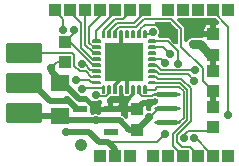
<source format=gbr>
G04 EAGLE Gerber RS-274X export*
G75*
%MOMM*%
%FSLAX34Y34*%
%LPD*%
%INTop Copper*%
%IPPOS*%
%AMOC8*
5,1,8,0,0,1.08239X$1,22.5*%
G01*
%ADD10R,1.100000X1.000000*%
%ADD11C,1.054000*%
%ADD12R,1.200000X0.550000*%
%ADD13R,1.000000X1.100000*%
%ADD14R,1.600000X1.400000*%
%ADD15C,0.254000*%
%ADD16C,0.450000*%
%ADD17C,0.150000*%
%ADD18R,3.200000X3.200000*%
%ADD19C,0.355600*%
%ADD20R,1.016000X1.016000*%
%ADD21C,0.304800*%
%ADD22C,0.762000*%
%ADD23C,0.705600*%
%ADD24C,0.508000*%
%ADD25C,0.152400*%
%ADD26C,0.457200*%

G36*
X155175Y104780D02*
X155175Y104780D01*
X155184Y104779D01*
X155377Y104804D01*
X155566Y104826D01*
X155574Y104829D01*
X155583Y104830D01*
X155766Y104891D01*
X155949Y104951D01*
X155957Y104955D01*
X155965Y104958D01*
X156130Y105053D01*
X156299Y105149D01*
X156306Y105155D01*
X156314Y105159D01*
X156567Y105374D01*
X158109Y106916D01*
X160070Y107728D01*
X168228Y107728D01*
X168246Y107730D01*
X168264Y107729D01*
X168446Y107750D01*
X168629Y107768D01*
X168646Y107774D01*
X168663Y107776D01*
X168838Y107833D01*
X169014Y107887D01*
X169029Y107895D01*
X169046Y107901D01*
X169206Y107991D01*
X169368Y108078D01*
X169381Y108090D01*
X169397Y108098D01*
X169536Y108219D01*
X169677Y108336D01*
X169688Y108350D01*
X169702Y108362D01*
X169727Y108394D01*
X177332Y108394D01*
X177350Y108396D01*
X177367Y108395D01*
X177550Y108416D01*
X177732Y108434D01*
X177749Y108440D01*
X177767Y108442D01*
X177942Y108499D01*
X178117Y108552D01*
X178133Y108561D01*
X178150Y108567D01*
X178310Y108657D01*
X178471Y108744D01*
X178485Y108756D01*
X178501Y108764D01*
X178640Y108885D01*
X178781Y109002D01*
X178792Y109016D01*
X178805Y109028D01*
X178918Y109173D01*
X179033Y109316D01*
X179041Y109332D01*
X179052Y109346D01*
X179134Y109511D01*
X179148Y109538D01*
X179246Y109593D01*
X179408Y109680D01*
X179421Y109692D01*
X179437Y109701D01*
X179576Y109821D01*
X179717Y109938D01*
X179728Y109952D01*
X179742Y109964D01*
X179854Y110109D01*
X179969Y110252D01*
X179977Y110268D01*
X179988Y110282D01*
X180070Y110447D01*
X180155Y110609D01*
X180160Y110626D01*
X180168Y110642D01*
X180215Y110821D01*
X180266Y110996D01*
X180268Y111014D01*
X180272Y111031D01*
X180299Y111362D01*
X180299Y118934D01*
X181185Y118934D01*
X181194Y118935D01*
X181203Y118935D01*
X181396Y118956D01*
X181585Y118974D01*
X181594Y118977D01*
X181603Y118978D01*
X181787Y119036D01*
X181970Y119093D01*
X181978Y119097D01*
X181987Y119099D01*
X182155Y119193D01*
X182324Y119284D01*
X182331Y119290D01*
X182339Y119294D01*
X182486Y119419D01*
X182634Y119542D01*
X182639Y119549D01*
X182646Y119555D01*
X182766Y119706D01*
X182886Y119856D01*
X182890Y119864D01*
X182896Y119871D01*
X182983Y120043D01*
X183071Y120213D01*
X183074Y120222D01*
X183078Y120230D01*
X183130Y120416D01*
X183183Y120600D01*
X183184Y120609D01*
X183186Y120618D01*
X183200Y120810D01*
X183216Y121001D01*
X183215Y121010D01*
X183215Y121019D01*
X183191Y121211D01*
X183169Y121401D01*
X183166Y121410D01*
X183165Y121418D01*
X183104Y121601D01*
X183044Y121784D01*
X183039Y121792D01*
X183037Y121800D01*
X182941Y121967D01*
X182846Y122135D01*
X182840Y122141D01*
X182836Y122149D01*
X182621Y122402D01*
X180460Y124563D01*
X180440Y124580D01*
X180422Y124600D01*
X180284Y124707D01*
X180149Y124818D01*
X180125Y124830D01*
X180104Y124847D01*
X179947Y124925D01*
X179793Y125007D01*
X179768Y125014D01*
X179743Y125026D01*
X179574Y125072D01*
X179407Y125121D01*
X179381Y125124D01*
X179355Y125131D01*
X179024Y125158D01*
X149680Y125158D01*
X149671Y125157D01*
X149662Y125158D01*
X149470Y125137D01*
X149279Y125118D01*
X149271Y125115D01*
X149262Y125114D01*
X149080Y125057D01*
X148894Y125000D01*
X148887Y124995D01*
X148878Y124993D01*
X148710Y124900D01*
X148540Y124808D01*
X148534Y124802D01*
X148526Y124798D01*
X148379Y124673D01*
X148231Y124550D01*
X148226Y124543D01*
X148219Y124537D01*
X148100Y124387D01*
X147979Y124236D01*
X147975Y124229D01*
X147969Y124222D01*
X147881Y124049D01*
X147793Y123879D01*
X147791Y123871D01*
X147787Y123863D01*
X147735Y123676D01*
X147682Y123492D01*
X147681Y123483D01*
X147679Y123475D01*
X147665Y123282D01*
X147649Y123091D01*
X147650Y123082D01*
X147649Y123073D01*
X147674Y122881D01*
X147696Y122691D01*
X147699Y122683D01*
X147700Y122674D01*
X147761Y122491D01*
X147821Y122308D01*
X147825Y122300D01*
X147828Y122292D01*
X147924Y122125D01*
X148019Y121958D01*
X148025Y121951D01*
X148029Y121943D01*
X148244Y121690D01*
X153099Y116835D01*
X153099Y106810D01*
X153100Y106801D01*
X153099Y106792D01*
X153120Y106600D01*
X153139Y106409D01*
X153142Y106401D01*
X153143Y106392D01*
X153200Y106210D01*
X153257Y106025D01*
X153262Y106017D01*
X153264Y106008D01*
X153357Y105840D01*
X153449Y105670D01*
X153455Y105664D01*
X153459Y105656D01*
X153584Y105508D01*
X153707Y105361D01*
X153714Y105356D01*
X153720Y105349D01*
X153871Y105229D01*
X154021Y105109D01*
X154028Y105105D01*
X154035Y105099D01*
X154208Y105012D01*
X154378Y104923D01*
X154386Y104921D01*
X154394Y104917D01*
X154580Y104865D01*
X154765Y104812D01*
X154774Y104811D01*
X154782Y104809D01*
X154975Y104795D01*
X155166Y104779D01*
X155175Y104780D01*
G37*
G36*
X104358Y39578D02*
X104358Y39578D01*
X104367Y39578D01*
X104556Y39600D01*
X104749Y39621D01*
X104758Y39624D01*
X104767Y39625D01*
X104949Y39684D01*
X105133Y39742D01*
X105141Y39747D01*
X105149Y39749D01*
X105316Y39844D01*
X105485Y39937D01*
X105492Y39943D01*
X105500Y39947D01*
X105645Y40072D01*
X105792Y40198D01*
X105798Y40205D01*
X105805Y40210D01*
X105921Y40361D01*
X106042Y40514D01*
X106046Y40522D01*
X106051Y40529D01*
X106137Y40700D01*
X106224Y40873D01*
X106227Y40881D01*
X106231Y40889D01*
X106281Y41075D01*
X106332Y41260D01*
X106333Y41269D01*
X106335Y41278D01*
X106362Y41609D01*
X106362Y44894D01*
X113435Y44894D01*
X113453Y44896D01*
X113470Y44895D01*
X113653Y44916D01*
X113836Y44934D01*
X113853Y44940D01*
X113870Y44942D01*
X114045Y44999D01*
X114220Y45052D01*
X114236Y45061D01*
X114253Y45067D01*
X114413Y45157D01*
X114574Y45244D01*
X114588Y45256D01*
X114604Y45264D01*
X114743Y45385D01*
X114884Y45502D01*
X114895Y45516D01*
X114908Y45528D01*
X115021Y45673D01*
X115136Y45816D01*
X115144Y45832D01*
X115155Y45846D01*
X115237Y46011D01*
X115322Y46173D01*
X115326Y46190D01*
X115334Y46206D01*
X115382Y46384D01*
X115433Y46560D01*
X115434Y46578D01*
X115439Y46595D01*
X115466Y46926D01*
X115466Y47862D01*
X115464Y47880D01*
X115466Y47897D01*
X115444Y48080D01*
X115426Y48262D01*
X115421Y48279D01*
X115419Y48297D01*
X115362Y48472D01*
X115308Y48647D01*
X115300Y48663D01*
X115294Y48680D01*
X115204Y48840D01*
X115116Y49001D01*
X115105Y49015D01*
X115096Y49031D01*
X114976Y49170D01*
X114859Y49311D01*
X114845Y49322D01*
X114833Y49335D01*
X114688Y49448D01*
X114545Y49563D01*
X114529Y49571D01*
X114515Y49582D01*
X114350Y49664D01*
X114188Y49748D01*
X114171Y49753D01*
X114154Y49761D01*
X113976Y49809D01*
X113801Y49860D01*
X113783Y49861D01*
X113766Y49866D01*
X113435Y49893D01*
X106362Y49893D01*
X106362Y53228D01*
X106536Y53874D01*
X106870Y54454D01*
X107343Y54927D01*
X107762Y55168D01*
X107880Y55254D01*
X108003Y55332D01*
X108043Y55371D01*
X108089Y55403D01*
X108188Y55510D01*
X108293Y55612D01*
X108325Y55657D01*
X108363Y55698D01*
X108439Y55823D01*
X108523Y55943D01*
X108544Y55994D01*
X108574Y56041D01*
X108624Y56179D01*
X108682Y56313D01*
X108693Y56367D01*
X108713Y56419D01*
X108735Y56564D01*
X108765Y56707D01*
X108766Y56762D01*
X108774Y56817D01*
X108768Y56963D01*
X108769Y57109D01*
X108759Y57164D01*
X108756Y57219D01*
X108721Y57361D01*
X108694Y57505D01*
X108673Y57556D01*
X108659Y57610D01*
X108597Y57742D01*
X108541Y57877D01*
X108511Y57924D01*
X108487Y57974D01*
X108400Y58091D01*
X108319Y58213D01*
X108280Y58252D01*
X108246Y58297D01*
X108138Y58394D01*
X108034Y58498D01*
X107982Y58534D01*
X107947Y58566D01*
X107875Y58608D01*
X107762Y58687D01*
X107371Y58912D01*
X107221Y58980D01*
X107074Y59053D01*
X107038Y59063D01*
X107004Y59078D01*
X106844Y59115D01*
X106686Y59158D01*
X106643Y59161D01*
X106611Y59168D01*
X106524Y59171D01*
X106355Y59185D01*
X104226Y59185D01*
X104064Y59168D01*
X103900Y59158D01*
X103863Y59148D01*
X103826Y59145D01*
X103669Y59097D01*
X103511Y59054D01*
X103472Y59036D01*
X103441Y59027D01*
X103364Y58985D01*
X103211Y58912D01*
X102322Y58399D01*
X102322Y59620D01*
X102319Y59646D01*
X102321Y59673D01*
X102312Y59748D01*
X102312Y59821D01*
X102292Y59919D01*
X102282Y60020D01*
X102274Y60046D01*
X102271Y60072D01*
X102247Y60144D01*
X102232Y60216D01*
X102194Y60308D01*
X102164Y60405D01*
X102151Y60429D01*
X102143Y60454D01*
X102105Y60519D01*
X102077Y60587D01*
X102020Y60670D01*
X101972Y60759D01*
X101955Y60780D01*
X101942Y60803D01*
X101886Y60869D01*
X101851Y60921D01*
X101798Y60972D01*
X101727Y61056D01*
X101720Y61062D01*
X101714Y61068D01*
X101636Y61132D01*
X101563Y61203D01*
X101486Y61253D01*
X101415Y61311D01*
X101407Y61315D01*
X101401Y61321D01*
X101312Y61367D01*
X101226Y61423D01*
X101141Y61457D01*
X101060Y61500D01*
X101051Y61502D01*
X101043Y61506D01*
X100947Y61534D01*
X100852Y61572D01*
X100762Y61588D01*
X100674Y61615D01*
X100664Y61615D01*
X100656Y61618D01*
X100557Y61626D01*
X100456Y61644D01*
X100364Y61643D01*
X100273Y61651D01*
X100263Y61650D01*
X100255Y61651D01*
X100156Y61639D01*
X100054Y61637D01*
X99964Y61618D01*
X99873Y61608D01*
X99863Y61605D01*
X99855Y61604D01*
X99760Y61573D01*
X99660Y61551D01*
X99576Y61514D01*
X99489Y61486D01*
X99480Y61481D01*
X99472Y61479D01*
X99385Y61430D01*
X99292Y61389D01*
X99217Y61336D01*
X99136Y61291D01*
X99129Y61285D01*
X99122Y61281D01*
X99046Y61215D01*
X98963Y61157D01*
X98886Y61079D01*
X98829Y61031D01*
X98824Y61024D01*
X98817Y61018D01*
X98783Y60974D01*
X98730Y60920D01*
X98659Y60815D01*
X98580Y60715D01*
X98576Y60707D01*
X98570Y60700D01*
X98541Y60641D01*
X98504Y60587D01*
X98455Y60468D01*
X98397Y60356D01*
X98395Y60348D01*
X98391Y60339D01*
X98374Y60276D01*
X98349Y60215D01*
X98323Y60089D01*
X98289Y59968D01*
X98289Y59960D01*
X98286Y59950D01*
X98280Y59875D01*
X98269Y59821D01*
X98269Y59741D01*
X98259Y59620D01*
X98259Y58399D01*
X97371Y58912D01*
X97221Y58980D01*
X97074Y59053D01*
X97038Y59063D01*
X97004Y59078D01*
X96844Y59115D01*
X96686Y59158D01*
X96643Y59161D01*
X96611Y59168D01*
X96524Y59171D01*
X96355Y59185D01*
X92135Y59185D01*
X92108Y59182D01*
X92081Y59184D01*
X91908Y59162D01*
X91734Y59145D01*
X91709Y59137D01*
X91682Y59134D01*
X91516Y59078D01*
X91349Y59027D01*
X91326Y59014D01*
X91300Y59005D01*
X91149Y58918D01*
X90995Y58835D01*
X90975Y58818D01*
X90951Y58804D01*
X90698Y58590D01*
X88467Y56358D01*
X88461Y56351D01*
X88455Y56346D01*
X88334Y56196D01*
X88212Y56047D01*
X88208Y56039D01*
X88202Y56032D01*
X88114Y55862D01*
X88023Y55691D01*
X88021Y55682D01*
X88017Y55675D01*
X87964Y55490D01*
X87909Y55305D01*
X87908Y55296D01*
X87905Y55288D01*
X87890Y55097D01*
X87872Y54904D01*
X87873Y54895D01*
X87872Y54886D01*
X87895Y54697D01*
X87916Y54504D01*
X87918Y54495D01*
X87919Y54487D01*
X87979Y54305D01*
X88037Y54120D01*
X88041Y54112D01*
X88044Y54104D01*
X88139Y53935D01*
X88232Y53768D01*
X88238Y53761D01*
X88242Y53753D01*
X88368Y53607D01*
X88492Y53461D01*
X88499Y53455D01*
X88505Y53448D01*
X88657Y53331D01*
X88808Y53211D01*
X88816Y53207D01*
X88823Y53202D01*
X88995Y53116D01*
X89167Y53029D01*
X89176Y53026D01*
X89184Y53022D01*
X89370Y52972D01*
X89551Y52922D01*
X89551Y49631D01*
X83042Y49631D01*
X83042Y50685D01*
X83215Y51331D01*
X83562Y51932D01*
X83644Y52033D01*
X83770Y52187D01*
X83772Y52192D01*
X83775Y52195D01*
X83865Y52366D01*
X83959Y52543D01*
X83960Y52547D01*
X83962Y52551D01*
X84017Y52739D01*
X84074Y52929D01*
X84074Y52934D01*
X84075Y52938D01*
X84092Y53130D01*
X84110Y53330D01*
X84110Y53335D01*
X84110Y53339D01*
X84088Y53530D01*
X84067Y53730D01*
X84065Y53735D01*
X84065Y53739D01*
X84004Y53927D01*
X83945Y54114D01*
X83943Y54118D01*
X83942Y54122D01*
X83845Y54296D01*
X83750Y54466D01*
X83747Y54470D01*
X83745Y54474D01*
X83619Y54621D01*
X83490Y54773D01*
X83486Y54776D01*
X83483Y54780D01*
X83332Y54898D01*
X83174Y55023D01*
X83170Y55025D01*
X83166Y55028D01*
X82993Y55115D01*
X82815Y55205D01*
X82811Y55207D01*
X82807Y55209D01*
X82621Y55259D01*
X82427Y55314D01*
X82423Y55314D01*
X82418Y55315D01*
X82222Y55329D01*
X82026Y55343D01*
X82021Y55342D01*
X82017Y55343D01*
X81819Y55317D01*
X81626Y55293D01*
X81622Y55291D01*
X81617Y55291D01*
X81302Y55189D01*
X79586Y54479D01*
X77576Y54479D01*
X76977Y54727D01*
X76964Y54730D01*
X76953Y54737D01*
X76772Y54789D01*
X76592Y54843D01*
X76579Y54844D01*
X76566Y54848D01*
X76377Y54863D01*
X76191Y54881D01*
X76178Y54880D01*
X76164Y54881D01*
X75978Y54859D01*
X75791Y54840D01*
X75778Y54836D01*
X75765Y54834D01*
X75587Y54776D01*
X75406Y54720D01*
X75395Y54713D01*
X75382Y54709D01*
X75218Y54617D01*
X75053Y54526D01*
X75043Y54518D01*
X75031Y54511D01*
X74889Y54388D01*
X74745Y54267D01*
X74737Y54257D01*
X74727Y54248D01*
X74612Y54100D01*
X74494Y53952D01*
X74488Y53940D01*
X74480Y53930D01*
X74396Y53762D01*
X74310Y53594D01*
X74306Y53581D01*
X74300Y53569D01*
X74251Y53387D01*
X74200Y53207D01*
X74199Y53194D01*
X74196Y53181D01*
X74169Y52850D01*
X74169Y44781D01*
X74170Y44768D01*
X74169Y44755D01*
X74190Y44568D01*
X74209Y44381D01*
X74213Y44368D01*
X74214Y44355D01*
X74272Y44176D01*
X74327Y43996D01*
X74333Y43984D01*
X74337Y43971D01*
X74429Y43807D01*
X74519Y43642D01*
X74527Y43631D01*
X74534Y43620D01*
X74656Y43477D01*
X74776Y43332D01*
X74787Y43324D01*
X74795Y43314D01*
X74944Y43198D01*
X75090Y43080D01*
X75102Y43074D01*
X75113Y43066D01*
X75281Y42981D01*
X75447Y42895D01*
X75460Y42891D01*
X75472Y42885D01*
X75654Y42835D01*
X75834Y42783D01*
X75848Y42782D01*
X75861Y42779D01*
X76047Y42766D01*
X76236Y42750D01*
X76249Y42752D01*
X76262Y42751D01*
X76448Y42775D01*
X76635Y42797D01*
X76648Y42801D01*
X76661Y42803D01*
X76977Y42905D01*
X77576Y43153D01*
X79586Y43153D01*
X80233Y42885D01*
X80246Y42881D01*
X80258Y42875D01*
X80437Y42823D01*
X80618Y42768D01*
X80632Y42767D01*
X80645Y42763D01*
X80832Y42748D01*
X81019Y42730D01*
X81032Y42732D01*
X81046Y42731D01*
X81232Y42752D01*
X81420Y42772D01*
X81432Y42776D01*
X81446Y42777D01*
X81625Y42836D01*
X81804Y42892D01*
X81816Y42898D01*
X81828Y42902D01*
X81992Y42995D01*
X82157Y43085D01*
X82167Y43094D01*
X82179Y43100D01*
X82321Y43223D01*
X82465Y43344D01*
X82474Y43355D01*
X82484Y43363D01*
X82598Y43511D01*
X82716Y43659D01*
X82722Y43671D01*
X82731Y43681D01*
X82814Y43850D01*
X82900Y44017D01*
X82904Y44030D01*
X82910Y44042D01*
X82959Y44225D01*
X83010Y44405D01*
X83011Y44418D01*
X83014Y44431D01*
X83042Y44762D01*
X83042Y45569D01*
X91582Y45569D01*
X91583Y45569D01*
X100123Y45569D01*
X100123Y44515D01*
X100008Y44085D01*
X99996Y44017D01*
X99993Y44006D01*
X99992Y43995D01*
X99970Y43916D01*
X99961Y43801D01*
X99942Y43687D01*
X99945Y43601D01*
X99939Y43514D01*
X99953Y43400D01*
X99957Y43285D01*
X99977Y43201D01*
X99987Y43115D01*
X100024Y43005D01*
X100050Y42893D01*
X100087Y42815D01*
X100114Y42732D01*
X100171Y42632D01*
X100219Y42528D01*
X100271Y42458D01*
X100313Y42383D01*
X100389Y42296D01*
X100457Y42203D01*
X100521Y42144D01*
X100578Y42079D01*
X100669Y42009D01*
X100754Y41931D01*
X100828Y41887D01*
X100897Y41834D01*
X101026Y41767D01*
X101099Y41723D01*
X101141Y41709D01*
X101192Y41682D01*
X101521Y41546D01*
X102895Y40172D01*
X102902Y40167D01*
X102907Y40160D01*
X103057Y40039D01*
X103206Y39917D01*
X103214Y39913D01*
X103221Y39907D01*
X103392Y39819D01*
X103562Y39729D01*
X103571Y39726D01*
X103579Y39722D01*
X103763Y39669D01*
X103948Y39614D01*
X103957Y39613D01*
X103965Y39611D01*
X104156Y39595D01*
X104349Y39577D01*
X104358Y39578D01*
G37*
G36*
X146521Y102454D02*
X146521Y102454D01*
X146530Y102453D01*
X146719Y102475D01*
X146913Y102496D01*
X146921Y102499D01*
X146930Y102500D01*
X147112Y102559D01*
X147296Y102618D01*
X147304Y102622D01*
X147313Y102625D01*
X147481Y102720D01*
X147649Y102812D01*
X147655Y102818D01*
X147663Y102823D01*
X147809Y102949D01*
X147956Y103073D01*
X147961Y103080D01*
X147968Y103086D01*
X148085Y103237D01*
X148205Y103389D01*
X148209Y103397D01*
X148215Y103404D01*
X148300Y103576D01*
X148388Y103748D01*
X148390Y103756D01*
X148394Y103764D01*
X148444Y103950D01*
X148496Y104136D01*
X148496Y104145D01*
X148499Y104153D01*
X148526Y104484D01*
X148526Y114099D01*
X148523Y114125D01*
X148525Y114152D01*
X148503Y114326D01*
X148486Y114500D01*
X148478Y114525D01*
X148475Y114552D01*
X148419Y114717D01*
X148368Y114884D01*
X148355Y114908D01*
X148346Y114933D01*
X148259Y115085D01*
X148176Y115238D01*
X148159Y115259D01*
X148146Y115282D01*
X147931Y115535D01*
X142523Y120943D01*
X142502Y120960D01*
X142485Y120981D01*
X142347Y121088D01*
X142211Y121198D01*
X142188Y121211D01*
X142166Y121227D01*
X142010Y121305D01*
X141856Y121387D01*
X141830Y121395D01*
X141806Y121407D01*
X141637Y121452D01*
X141470Y121502D01*
X141443Y121504D01*
X141417Y121511D01*
X141086Y121538D01*
X130463Y121538D01*
X130458Y121538D01*
X130454Y121538D01*
X130259Y121518D01*
X130062Y121498D01*
X130058Y121497D01*
X130053Y121497D01*
X129867Y121438D01*
X129677Y121380D01*
X129673Y121378D01*
X129669Y121377D01*
X129497Y121283D01*
X129323Y121188D01*
X129320Y121186D01*
X129316Y121183D01*
X129164Y121055D01*
X129014Y120931D01*
X129011Y120927D01*
X129008Y120924D01*
X128884Y120769D01*
X128762Y120617D01*
X128760Y120613D01*
X128757Y120609D01*
X128666Y120432D01*
X128576Y120260D01*
X128575Y120255D01*
X128573Y120251D01*
X128519Y120059D01*
X128465Y119873D01*
X128464Y119868D01*
X128463Y119864D01*
X128448Y119669D01*
X128432Y119471D01*
X128432Y119467D01*
X128432Y119463D01*
X128456Y119268D01*
X128479Y119072D01*
X128480Y119067D01*
X128481Y119063D01*
X128543Y118876D01*
X128604Y118689D01*
X128606Y118685D01*
X128607Y118681D01*
X128705Y118509D01*
X128802Y118338D01*
X128805Y118335D01*
X128807Y118331D01*
X128938Y118181D01*
X129065Y118034D01*
X129068Y118031D01*
X129071Y118027D01*
X129229Y117906D01*
X129383Y117787D01*
X129387Y117785D01*
X129390Y117782D01*
X129686Y117630D01*
X130259Y117393D01*
X131680Y115972D01*
X132450Y114114D01*
X132450Y112104D01*
X131704Y110305D01*
X131700Y110292D01*
X131694Y110280D01*
X131642Y110100D01*
X131588Y109919D01*
X131586Y109906D01*
X131583Y109893D01*
X131567Y109705D01*
X131550Y109518D01*
X131551Y109505D01*
X131550Y109492D01*
X131572Y109306D01*
X131591Y109118D01*
X131595Y109105D01*
X131597Y109092D01*
X131655Y108913D01*
X131711Y108734D01*
X131717Y108722D01*
X131722Y108709D01*
X131814Y108546D01*
X131904Y108380D01*
X131913Y108370D01*
X131920Y108359D01*
X132042Y108217D01*
X132163Y108072D01*
X132174Y108064D01*
X132183Y108054D01*
X132331Y107939D01*
X132478Y107821D01*
X132490Y107815D01*
X132501Y107807D01*
X132669Y107723D01*
X132836Y107637D01*
X132849Y107634D01*
X132861Y107628D01*
X133044Y107579D01*
X133224Y107528D01*
X133237Y107527D01*
X133250Y107523D01*
X133581Y107496D01*
X140610Y107496D01*
X142544Y105562D01*
X145058Y103048D01*
X145065Y103042D01*
X145071Y103035D01*
X145220Y102915D01*
X145370Y102793D01*
X145378Y102788D01*
X145385Y102783D01*
X145555Y102694D01*
X145725Y102604D01*
X145734Y102601D01*
X145742Y102597D01*
X145926Y102544D01*
X146111Y102489D01*
X146120Y102488D01*
X146129Y102486D01*
X146320Y102470D01*
X146512Y102453D01*
X146521Y102454D01*
G37*
G36*
X123938Y45911D02*
X123938Y45911D01*
X123956Y45910D01*
X124138Y45931D01*
X124321Y45949D01*
X124338Y45954D01*
X124356Y45957D01*
X124530Y46013D01*
X124706Y46067D01*
X124721Y46076D01*
X124738Y46081D01*
X124899Y46172D01*
X125060Y46259D01*
X125073Y46271D01*
X125089Y46279D01*
X125228Y46400D01*
X125369Y46517D01*
X125380Y46531D01*
X125394Y46542D01*
X125506Y46687D01*
X125621Y46831D01*
X125630Y46846D01*
X125641Y46861D01*
X125723Y47025D01*
X125807Y47188D01*
X125812Y47205D01*
X125820Y47221D01*
X125868Y47399D01*
X125918Y47575D01*
X125920Y47593D01*
X125924Y47610D01*
X125952Y47941D01*
X125952Y49576D01*
X127589Y51213D01*
X128246Y51213D01*
X128273Y51216D01*
X128300Y51214D01*
X128474Y51236D01*
X128647Y51253D01*
X128672Y51261D01*
X128699Y51265D01*
X128865Y51320D01*
X129032Y51372D01*
X129055Y51384D01*
X129081Y51393D01*
X129232Y51480D01*
X129386Y51563D01*
X129406Y51580D01*
X129430Y51594D01*
X129683Y51808D01*
X130101Y52227D01*
X130163Y52233D01*
X130180Y52239D01*
X130198Y52241D01*
X130372Y52298D01*
X130548Y52352D01*
X130563Y52360D01*
X130580Y52366D01*
X130741Y52456D01*
X130902Y52543D01*
X130915Y52555D01*
X130931Y52563D01*
X131070Y52684D01*
X131211Y52801D01*
X131222Y52815D01*
X131236Y52827D01*
X131348Y52972D01*
X131463Y53115D01*
X131472Y53131D01*
X131483Y53145D01*
X131565Y53310D01*
X131649Y53472D01*
X131654Y53489D01*
X131662Y53505D01*
X131710Y53683D01*
X131760Y53859D01*
X131762Y53877D01*
X131766Y53894D01*
X131794Y54225D01*
X131794Y54613D01*
X131792Y54631D01*
X131793Y54648D01*
X131772Y54831D01*
X131754Y55013D01*
X131748Y55030D01*
X131746Y55048D01*
X131689Y55223D01*
X131635Y55398D01*
X131627Y55414D01*
X131621Y55431D01*
X131531Y55591D01*
X131444Y55752D01*
X131432Y55766D01*
X131424Y55782D01*
X131303Y55921D01*
X131186Y56062D01*
X131172Y56073D01*
X131160Y56086D01*
X131015Y56199D01*
X130872Y56314D01*
X130856Y56322D01*
X130842Y56333D01*
X130677Y56415D01*
X130515Y56499D01*
X130498Y56504D01*
X130482Y56512D01*
X130304Y56560D01*
X130128Y56611D01*
X130110Y56612D01*
X130093Y56617D01*
X129792Y56642D01*
X129663Y56677D01*
X129488Y56730D01*
X129470Y56731D01*
X129452Y56736D01*
X129269Y56750D01*
X129087Y56766D01*
X129069Y56764D01*
X129051Y56766D01*
X128869Y56743D01*
X128686Y56723D01*
X128669Y56717D01*
X128651Y56715D01*
X128477Y56657D01*
X128302Y56601D01*
X128287Y56593D01*
X128270Y56587D01*
X128111Y56495D01*
X127950Y56407D01*
X127936Y56395D01*
X127921Y56386D01*
X127668Y56171D01*
X127633Y56137D01*
X123312Y56137D01*
X123230Y56128D01*
X123148Y56130D01*
X123030Y56109D01*
X122911Y56097D01*
X122833Y56073D01*
X122752Y56058D01*
X122641Y56014D01*
X122526Y55979D01*
X122454Y55939D01*
X122378Y55909D01*
X122277Y55844D01*
X122172Y55787D01*
X122109Y55734D01*
X122040Y55689D01*
X121955Y55606D01*
X121863Y55529D01*
X121811Y55465D01*
X121753Y55408D01*
X121686Y55309D01*
X121611Y55215D01*
X121573Y55142D01*
X121527Y55074D01*
X121480Y54964D01*
X121425Y54858D01*
X121402Y54779D01*
X121370Y54703D01*
X121347Y54586D01*
X121314Y54471D01*
X121307Y54389D01*
X121291Y54309D01*
X121291Y54189D01*
X121281Y54070D01*
X121290Y53988D01*
X121290Y53906D01*
X121318Y53756D01*
X121328Y53670D01*
X121340Y53631D01*
X121350Y53580D01*
X121444Y53228D01*
X121444Y47941D01*
X121446Y47923D01*
X121444Y47905D01*
X121466Y47723D01*
X121484Y47540D01*
X121489Y47523D01*
X121491Y47505D01*
X121548Y47331D01*
X121602Y47155D01*
X121610Y47139D01*
X121616Y47122D01*
X121706Y46962D01*
X121794Y46801D01*
X121805Y46787D01*
X121814Y46772D01*
X121934Y46633D01*
X122051Y46492D01*
X122065Y46481D01*
X122077Y46467D01*
X122222Y46355D01*
X122365Y46239D01*
X122381Y46231D01*
X122395Y46220D01*
X122560Y46138D01*
X122722Y46054D01*
X122740Y46049D01*
X122756Y46041D01*
X122934Y45993D01*
X123109Y45943D01*
X123127Y45941D01*
X123144Y45936D01*
X123475Y45909D01*
X123920Y45909D01*
X123938Y45911D01*
G37*
%LPC*%
G36*
X170259Y113393D02*
X170259Y113393D01*
X170259Y116728D01*
X170432Y117374D01*
X170767Y117954D01*
X171240Y118427D01*
X171819Y118761D01*
X172465Y118934D01*
X175301Y118934D01*
X175301Y113393D01*
X170259Y113393D01*
G37*
%LPD*%
%LPC*%
G36*
X93614Y49631D02*
X93614Y49631D01*
X93614Y52891D01*
X97917Y52891D01*
X98563Y52718D01*
X99142Y52383D01*
X99615Y51910D01*
X99950Y51331D01*
X100123Y50685D01*
X100123Y49631D01*
X93614Y49631D01*
G37*
%LPD*%
D10*
X52784Y104147D03*
X52784Y87147D03*
D11*
X66244Y17506D03*
D12*
X65580Y47600D03*
X65580Y38100D03*
X65580Y28600D03*
X91582Y28600D03*
X91582Y47600D03*
D13*
X113903Y47394D03*
X113903Y30394D03*
D14*
X48419Y41563D03*
X48419Y69563D03*
D10*
X177800Y49378D03*
X177800Y32378D03*
X177800Y79938D03*
X177800Y62938D03*
D13*
X177800Y110894D03*
X177800Y93894D03*
D15*
X149066Y60419D02*
X138906Y60419D01*
X128746Y60419D01*
X138906Y36419D02*
X149066Y36419D01*
X138906Y36419D02*
X128746Y36419D01*
X138906Y48419D02*
X149066Y48419D01*
X138906Y48419D02*
X128746Y48419D01*
D16*
X131631Y60419D02*
X146181Y60419D01*
X146181Y48419D02*
X131631Y48419D01*
X131631Y36419D02*
X146181Y36419D01*
D17*
X86041Y61459D02*
X86041Y66959D01*
X86041Y61459D02*
X84541Y61459D01*
X84541Y66959D01*
X86041Y66959D01*
X86041Y62884D02*
X84541Y62884D01*
X84541Y64309D02*
X86041Y64309D01*
X86041Y65734D02*
X84541Y65734D01*
X91041Y66959D02*
X91041Y61459D01*
X89541Y61459D01*
X89541Y66959D01*
X91041Y66959D01*
X91041Y62884D02*
X89541Y62884D01*
X89541Y64309D02*
X91041Y64309D01*
X91041Y65734D02*
X89541Y65734D01*
X96041Y66959D02*
X96041Y61459D01*
X94541Y61459D01*
X94541Y66959D01*
X96041Y66959D01*
X96041Y62884D02*
X94541Y62884D01*
X94541Y64309D02*
X96041Y64309D01*
X96041Y65734D02*
X94541Y65734D01*
X101041Y66959D02*
X101041Y61459D01*
X99541Y61459D01*
X99541Y66959D01*
X101041Y66959D01*
X101041Y62884D02*
X99541Y62884D01*
X99541Y64309D02*
X101041Y64309D01*
X101041Y65734D02*
X99541Y65734D01*
X106041Y66959D02*
X106041Y61459D01*
X104541Y61459D01*
X104541Y66959D01*
X106041Y66959D01*
X106041Y62884D02*
X104541Y62884D01*
X104541Y64309D02*
X106041Y64309D01*
X106041Y65734D02*
X104541Y65734D01*
X111041Y66959D02*
X111041Y61459D01*
X109541Y61459D01*
X109541Y66959D01*
X111041Y66959D01*
X111041Y62884D02*
X109541Y62884D01*
X109541Y64309D02*
X111041Y64309D01*
X111041Y65734D02*
X109541Y65734D01*
X116041Y66959D02*
X116041Y61459D01*
X114541Y61459D01*
X114541Y66959D01*
X116041Y66959D01*
X116041Y62884D02*
X114541Y62884D01*
X114541Y64309D02*
X116041Y64309D01*
X116041Y65734D02*
X114541Y65734D01*
X121041Y66959D02*
X121041Y61459D01*
X119541Y61459D01*
X119541Y66959D01*
X121041Y66959D01*
X121041Y62884D02*
X119541Y62884D01*
X119541Y64309D02*
X121041Y64309D01*
X121041Y65734D02*
X119541Y65734D01*
X129041Y69459D02*
X129041Y70959D01*
X129041Y69459D02*
X123541Y69459D01*
X123541Y70959D01*
X129041Y70959D01*
X129041Y70884D02*
X123541Y70884D01*
X129041Y74459D02*
X129041Y75959D01*
X129041Y74459D02*
X123541Y74459D01*
X123541Y75959D01*
X129041Y75959D01*
X129041Y75884D02*
X123541Y75884D01*
X129041Y79459D02*
X129041Y80959D01*
X129041Y79459D02*
X123541Y79459D01*
X123541Y80959D01*
X129041Y80959D01*
X129041Y80884D02*
X123541Y80884D01*
X129041Y84459D02*
X129041Y85959D01*
X129041Y84459D02*
X123541Y84459D01*
X123541Y85959D01*
X129041Y85959D01*
X129041Y85884D02*
X123541Y85884D01*
X129041Y89459D02*
X129041Y90959D01*
X129041Y89459D02*
X123541Y89459D01*
X123541Y90959D01*
X129041Y90959D01*
X129041Y90884D02*
X123541Y90884D01*
X129041Y94459D02*
X129041Y95959D01*
X129041Y94459D02*
X123541Y94459D01*
X123541Y95959D01*
X129041Y95959D01*
X129041Y95884D02*
X123541Y95884D01*
X129041Y99459D02*
X129041Y100959D01*
X129041Y99459D02*
X123541Y99459D01*
X123541Y100959D01*
X129041Y100959D01*
X129041Y100884D02*
X123541Y100884D01*
X129041Y104459D02*
X129041Y105959D01*
X129041Y104459D02*
X123541Y104459D01*
X123541Y105959D01*
X129041Y105959D01*
X129041Y105884D02*
X123541Y105884D01*
X121041Y108459D02*
X121041Y113959D01*
X121041Y108459D02*
X119541Y108459D01*
X119541Y113959D01*
X121041Y113959D01*
X121041Y109884D02*
X119541Y109884D01*
X119541Y111309D02*
X121041Y111309D01*
X121041Y112734D02*
X119541Y112734D01*
X116041Y113959D02*
X116041Y108459D01*
X114541Y108459D01*
X114541Y113959D01*
X116041Y113959D01*
X116041Y109884D02*
X114541Y109884D01*
X114541Y111309D02*
X116041Y111309D01*
X116041Y112734D02*
X114541Y112734D01*
X111041Y113959D02*
X111041Y108459D01*
X109541Y108459D01*
X109541Y113959D01*
X111041Y113959D01*
X111041Y109884D02*
X109541Y109884D01*
X109541Y111309D02*
X111041Y111309D01*
X111041Y112734D02*
X109541Y112734D01*
X106041Y113959D02*
X106041Y108459D01*
X104541Y108459D01*
X104541Y113959D01*
X106041Y113959D01*
X106041Y109884D02*
X104541Y109884D01*
X104541Y111309D02*
X106041Y111309D01*
X106041Y112734D02*
X104541Y112734D01*
X101041Y113959D02*
X101041Y108459D01*
X99541Y108459D01*
X99541Y113959D01*
X101041Y113959D01*
X101041Y109884D02*
X99541Y109884D01*
X99541Y111309D02*
X101041Y111309D01*
X101041Y112734D02*
X99541Y112734D01*
X96041Y113959D02*
X96041Y108459D01*
X94541Y108459D01*
X94541Y113959D01*
X96041Y113959D01*
X96041Y109884D02*
X94541Y109884D01*
X94541Y111309D02*
X96041Y111309D01*
X96041Y112734D02*
X94541Y112734D01*
X91041Y113959D02*
X91041Y108459D01*
X89541Y108459D01*
X89541Y113959D01*
X91041Y113959D01*
X91041Y109884D02*
X89541Y109884D01*
X89541Y111309D02*
X91041Y111309D01*
X91041Y112734D02*
X89541Y112734D01*
X86041Y113959D02*
X86041Y108459D01*
X84541Y108459D01*
X84541Y113959D01*
X86041Y113959D01*
X86041Y109884D02*
X84541Y109884D01*
X84541Y111309D02*
X86041Y111309D01*
X86041Y112734D02*
X84541Y112734D01*
X82041Y105959D02*
X82041Y104459D01*
X76541Y104459D01*
X76541Y105959D01*
X82041Y105959D01*
X82041Y105884D02*
X76541Y105884D01*
X82041Y100959D02*
X82041Y99459D01*
X76541Y99459D01*
X76541Y100959D01*
X82041Y100959D01*
X82041Y100884D02*
X76541Y100884D01*
X82041Y95959D02*
X82041Y94459D01*
X76541Y94459D01*
X76541Y95959D01*
X82041Y95959D01*
X82041Y95884D02*
X76541Y95884D01*
X82041Y90959D02*
X82041Y89459D01*
X76541Y89459D01*
X76541Y90959D01*
X82041Y90959D01*
X82041Y90884D02*
X76541Y90884D01*
X82041Y85959D02*
X82041Y84459D01*
X76541Y84459D01*
X76541Y85959D01*
X82041Y85959D01*
X82041Y85884D02*
X76541Y85884D01*
X82041Y80959D02*
X82041Y79459D01*
X76541Y79459D01*
X76541Y80959D01*
X82041Y80959D01*
X82041Y80884D02*
X76541Y80884D01*
X82041Y75959D02*
X82041Y74459D01*
X76541Y74459D01*
X76541Y75959D01*
X82041Y75959D01*
X82041Y75884D02*
X76541Y75884D01*
X82041Y70959D02*
X82041Y69459D01*
X76541Y69459D01*
X76541Y70959D01*
X82041Y70959D01*
X82041Y70884D02*
X76541Y70884D01*
D18*
X102791Y87709D03*
D19*
X31242Y37338D02*
X4318Y37338D01*
X4318Y51562D01*
X31242Y51562D01*
X31242Y37338D01*
X31242Y40716D02*
X4318Y40716D01*
X4318Y44094D02*
X31242Y44094D01*
X31242Y47472D02*
X4318Y47472D01*
X4318Y50850D02*
X31242Y50850D01*
X31242Y62738D02*
X4318Y62738D01*
X4318Y76962D01*
X31242Y76962D01*
X31242Y62738D01*
X31242Y66116D02*
X4318Y66116D01*
X4318Y69494D02*
X31242Y69494D01*
X31242Y72872D02*
X4318Y72872D01*
X4318Y76250D02*
X31242Y76250D01*
X31242Y88138D02*
X4318Y88138D01*
X4318Y102362D01*
X31242Y102362D01*
X31242Y88138D01*
X31242Y91516D02*
X4318Y91516D01*
X4318Y94894D02*
X31242Y94894D01*
X31242Y98272D02*
X4318Y98272D01*
X4318Y101650D02*
X31242Y101650D01*
D20*
X44450Y131763D03*
X57150Y131763D03*
X69850Y131763D03*
X120650Y131763D03*
X107950Y131763D03*
X95250Y131763D03*
X82550Y131763D03*
X127000Y7938D03*
X139700Y7938D03*
X152400Y7938D03*
X165100Y7938D03*
X177800Y7938D03*
X190500Y7938D03*
X107950Y7938D03*
X95250Y7938D03*
X82550Y7938D03*
X190500Y131763D03*
X177800Y131763D03*
X165100Y131763D03*
X152400Y131763D03*
X139700Y131763D03*
D21*
X100291Y111209D02*
X100291Y90209D01*
X102791Y87709D01*
X105291Y72747D02*
X105291Y64209D01*
X105291Y72747D02*
X108347Y75803D01*
X108347Y82153D01*
X102791Y87709D01*
D22*
X175419Y93894D02*
X177800Y93894D01*
X175419Y93894D02*
X166919Y102394D01*
X161131Y102394D01*
D23*
X161131Y102394D03*
X112316Y97234D03*
X93266Y78184D03*
D21*
X102791Y75581D02*
X102791Y87709D01*
X94925Y67715D02*
X94925Y64575D01*
X95291Y64209D01*
X94925Y67715D02*
X102791Y75581D01*
D24*
X78581Y38100D02*
X65580Y38100D01*
X78581Y38100D02*
X99219Y38100D01*
X106925Y30394D02*
X113903Y30394D01*
X106925Y30394D02*
X99219Y38100D01*
D23*
X78581Y38100D03*
D25*
X138303Y47816D02*
X138906Y48419D01*
D24*
X177800Y79938D02*
X177800Y93894D01*
D25*
X100291Y85209D02*
X100291Y111209D01*
X100291Y85209D02*
X93266Y78184D01*
X124305Y40795D02*
X131325Y47816D01*
X138303Y47816D01*
D24*
X124305Y40795D02*
X113903Y30394D01*
X124305Y40795D02*
X124243Y40857D01*
D23*
X124243Y40857D03*
X92472Y98822D03*
D25*
X100291Y102672D02*
X100291Y111209D01*
X100291Y102672D02*
X96441Y98822D01*
X92472Y98822D01*
D24*
X65580Y38100D02*
X51881Y38100D01*
X48419Y41563D01*
X21938Y41563D01*
X17780Y44450D01*
D21*
X110291Y60325D02*
X110291Y64209D01*
X110291Y60325D02*
X110331Y60325D01*
X98400Y48394D01*
X97631Y48394D01*
X96838Y47600D02*
X91582Y47600D01*
D23*
X161925Y111919D03*
D22*
X161925Y113506D01*
X167481Y119063D01*
D24*
X161925Y111919D02*
X162950Y110894D01*
X177800Y110894D01*
D21*
X100291Y64209D02*
X100291Y51053D01*
X97631Y48394D01*
X96838Y47600D01*
D24*
X113903Y47394D02*
X119119Y52609D01*
X123996Y52609D01*
D23*
X123996Y52609D03*
D25*
X91582Y47600D02*
X81497Y47600D01*
X52784Y87147D02*
X46159Y87147D01*
X41275Y82263D01*
D26*
X70803Y56515D02*
X79718Y47600D01*
X81497Y47600D01*
D24*
X64641Y56515D02*
X48419Y72738D01*
X41275Y79881D02*
X41275Y82263D01*
X64641Y56515D02*
X70803Y56515D01*
D23*
X41275Y82263D03*
D25*
X115291Y111209D02*
X116505Y112423D01*
X116505Y115217D01*
X120211Y118923D01*
X135870Y118923D01*
X143814Y110979D02*
X143814Y110867D01*
D23*
X143814Y110867D03*
D25*
X143814Y110979D02*
X135870Y118923D01*
D24*
X48419Y72738D02*
X48419Y69563D01*
X48419Y72738D02*
X41275Y79881D01*
D25*
X76116Y85209D02*
X79291Y85209D01*
D23*
X60325Y114300D03*
D25*
X57178Y104147D02*
X52784Y104147D01*
X57178Y104147D02*
X76116Y85209D01*
X52784Y104147D02*
X60325Y111688D01*
X60325Y114300D01*
D23*
X127397Y113109D03*
D25*
X125497Y111209D01*
X120291Y111209D01*
D23*
X148034Y86261D03*
D25*
X148034Y96838D02*
X139663Y105209D01*
X126291Y105209D01*
X148034Y96838D02*
X148034Y86261D01*
D23*
X190782Y43081D03*
D25*
X190782Y117475D01*
X177800Y130457D01*
X177800Y131763D01*
D23*
X141939Y93917D03*
D25*
X135647Y100209D01*
X126291Y100209D01*
X60570Y93094D02*
X58438Y95227D01*
X75094Y75209D02*
X79291Y75209D01*
X75094Y75209D02*
X70671Y79633D01*
X65035Y79633D01*
X60570Y84097D01*
X60570Y93094D01*
X19073Y95227D02*
X17780Y95250D01*
X19073Y95227D02*
X58438Y95227D01*
D23*
X162624Y80455D03*
D25*
X155456Y80447D02*
X134228Y80447D01*
X129466Y85209D01*
X126291Y85209D01*
X155493Y80483D02*
X162624Y80455D01*
X155493Y80483D02*
X155456Y80447D01*
D23*
X162365Y71478D03*
D25*
X156808Y77034D02*
X132641Y77034D01*
X129466Y80209D01*
X126291Y80209D01*
X156808Y77034D02*
X162365Y71478D01*
D24*
X177800Y62938D02*
X177800Y49378D01*
D25*
X177800Y62938D02*
X169232Y71506D01*
X95291Y111209D02*
X95291Y113591D01*
X95084Y113797D01*
X119432Y123686D02*
X127878Y123686D01*
X119432Y123686D02*
X112742Y116995D01*
X98283Y116995D02*
X95084Y113797D01*
X98283Y116995D02*
X112742Y116995D01*
X169232Y82070D02*
X169232Y71506D01*
X150813Y100489D02*
X150813Y115888D01*
X150813Y100489D02*
X169232Y82070D01*
X150813Y115888D02*
X142875Y123825D01*
X128017Y123825D01*
X127878Y123686D01*
X65580Y28600D02*
X65605Y28575D01*
X74613Y28575D02*
X83344Y19844D01*
X85725Y19844D01*
X88900Y19844D02*
X130969Y19844D01*
X137319Y26194D01*
X74613Y28575D02*
X65605Y28575D01*
X174625Y29203D02*
X177800Y32378D01*
X174625Y29203D02*
X156997Y29203D01*
X153194Y25400D01*
X153194Y23019D01*
X153325Y23019D01*
D23*
X153325Y23019D03*
X137319Y26194D03*
D24*
X95250Y13494D02*
X88900Y19844D01*
X95250Y13494D02*
X95250Y7938D01*
X88900Y19844D02*
X85725Y19844D01*
X81756Y19844D01*
X73000Y28600D01*
X65580Y28600D01*
X24606Y69850D02*
X17780Y69850D01*
X39688Y54769D02*
X54857Y54769D01*
X39688Y54769D02*
X24606Y69850D01*
X63129Y47600D02*
X65580Y47600D01*
X65580Y28600D02*
X65555Y28575D01*
D23*
X53181Y28575D03*
X54218Y55408D03*
D24*
X54857Y54769D02*
X55960Y54769D01*
X54857Y54769D02*
X54218Y55408D01*
X55960Y54769D02*
X63129Y47600D01*
X65555Y28575D02*
X53181Y28575D01*
D25*
X115291Y60922D02*
X115291Y64209D01*
X117789Y58423D02*
X126686Y58423D01*
X128681Y60419D02*
X138906Y60419D01*
X117789Y58423D02*
X115291Y60922D01*
X126686Y58423D02*
X128681Y60419D01*
X129007Y64209D02*
X120291Y64209D01*
X129007Y64209D02*
X130996Y66199D01*
X149649Y66199D01*
X153168Y62680D01*
X153168Y40455D01*
X149131Y36419D02*
X138906Y36419D01*
X149131Y36419D02*
X153168Y40455D01*
X79291Y80209D02*
X78497Y81003D01*
X74268Y81003D01*
X69494Y85777D02*
X67113Y85777D01*
X69494Y85777D02*
X74268Y81003D01*
D23*
X67113Y85777D03*
X51070Y114427D03*
D25*
X44450Y130276D02*
X44450Y131763D01*
X44450Y130276D02*
X51070Y123656D01*
X51070Y114427D01*
X174847Y10890D02*
X177800Y7938D01*
X174847Y10890D02*
X174847Y11583D01*
X163412Y23019D01*
X161925Y23019D01*
D23*
X161925Y23019D03*
X137319Y86519D03*
D25*
X133628Y90209D01*
X126291Y90209D01*
X79291Y70209D02*
X78856Y70644D01*
X74613Y70644D01*
X73025Y72231D02*
X61913Y72231D01*
X73025Y72231D02*
X74613Y70644D01*
D23*
X61913Y72231D03*
D25*
X85291Y65881D02*
X85291Y64209D01*
X85291Y65881D02*
X68263Y65881D01*
X67469Y65088D01*
D23*
X67469Y65088D03*
X78581Y59531D03*
D25*
X87298Y58423D02*
X89870Y60996D01*
X79689Y58423D02*
X78581Y59531D01*
X89870Y60996D02*
X89870Y63789D01*
X90291Y64209D01*
X87298Y58423D02*
X79689Y58423D01*
X126291Y70209D02*
X126333Y70168D01*
X144463Y26786D02*
X144463Y16669D01*
X152400Y8731D01*
X152400Y7938D01*
X149991Y70168D02*
X126333Y70168D01*
X149991Y70168D02*
X156296Y63863D01*
X156296Y38619D01*
X144463Y26786D01*
X131460Y73216D02*
X129466Y75209D01*
X126291Y75209D01*
X131460Y73216D02*
X151254Y73216D01*
X159344Y65126D01*
X159344Y37357D02*
X147511Y25523D01*
X159344Y37357D02*
X159344Y65126D01*
X165100Y9424D02*
X165100Y7938D01*
X165100Y9424D02*
X158649Y15875D01*
X151606Y15875D01*
X147511Y19971D01*
X147511Y25523D01*
X79291Y90209D02*
X77175Y90209D01*
X77152Y90233D01*
X75946Y90233D01*
X66675Y99504D01*
X66675Y120650D02*
X57150Y130175D01*
X57150Y131763D01*
X66675Y120650D02*
X66675Y99504D01*
X78870Y95630D02*
X79291Y95209D01*
X78870Y95630D02*
X76077Y95630D01*
X69850Y101856D01*
X69850Y129381D01*
X69850Y131763D01*
X79291Y100209D02*
X78917Y99836D01*
X76871Y99836D01*
X73422Y103285D01*
X73422Y117078D02*
X82550Y126206D01*
X82550Y131763D01*
X73422Y117078D02*
X73422Y103285D01*
X95250Y130175D02*
X95250Y131763D01*
X79291Y114216D02*
X79291Y105209D01*
X79291Y114216D02*
X95250Y130175D01*
X85725Y111644D02*
X85291Y111209D01*
X85725Y111644D02*
X85725Y114437D01*
X95113Y123825D01*
X101600Y123825D01*
X107950Y130175D01*
X107950Y131763D01*
X90711Y111630D02*
X90291Y111209D01*
X90711Y111630D02*
X90711Y114423D01*
X96811Y120523D01*
X111294Y120523D01*
X120650Y129879D01*
X120650Y131763D01*
M02*

</source>
